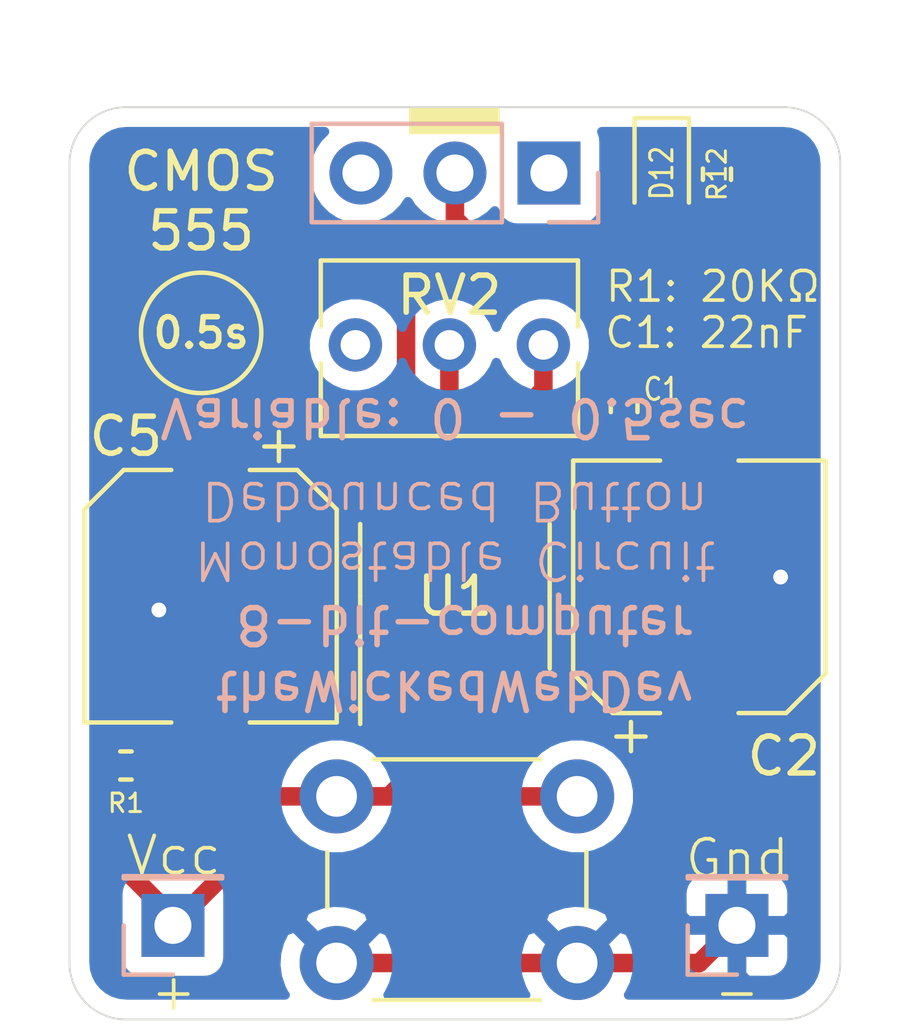
<source format=kicad_pcb>
(kicad_pcb (version 20171130) (host pcbnew "(5.1.10-1-10_14)")

  (general
    (thickness 1.6)
    (drawings 22)
    (tracks 73)
    (zones 0)
    (modules 12)
    (nets 11)
  )

  (page A4)
  (layers
    (0 F.Cu signal)
    (31 B.Cu signal)
    (32 B.Adhes user)
    (33 F.Adhes user)
    (34 B.Paste user)
    (35 F.Paste user)
    (36 B.SilkS user)
    (37 F.SilkS user)
    (38 B.Mask user)
    (39 F.Mask user)
    (40 Dwgs.User user)
    (41 Cmts.User user)
    (42 Eco1.User user)
    (43 Eco2.User user)
    (44 Edge.Cuts user)
    (45 Margin user)
    (46 B.CrtYd user)
    (47 F.CrtYd user)
    (48 B.Fab user)
    (49 F.Fab user hide)
  )

  (setup
    (last_trace_width 0.5)
    (user_trace_width 0.2)
    (user_trace_width 0.5)
    (trace_clearance 0.2)
    (zone_clearance 0.508)
    (zone_45_only no)
    (trace_min 0.2)
    (via_size 0.8)
    (via_drill 0.4)
    (via_min_size 0.4)
    (via_min_drill 0.3)
    (uvia_size 0.3)
    (uvia_drill 0.1)
    (uvias_allowed no)
    (uvia_min_size 0.2)
    (uvia_min_drill 0.1)
    (edge_width 0.05)
    (segment_width 0.2)
    (pcb_text_width 0.3)
    (pcb_text_size 1.5 1.5)
    (mod_edge_width 0.12)
    (mod_text_size 1 1)
    (mod_text_width 0.15)
    (pad_size 1.524 1.524)
    (pad_drill 0.762)
    (pad_to_mask_clearance 0)
    (aux_axis_origin 0 0)
    (visible_elements FFFFFF7F)
    (pcbplotparams
      (layerselection 0x010fc_ffffffff)
      (usegerberextensions false)
      (usegerberattributes true)
      (usegerberadvancedattributes true)
      (creategerberjobfile true)
      (excludeedgelayer true)
      (linewidth 0.100000)
      (plotframeref false)
      (viasonmask false)
      (mode 1)
      (useauxorigin false)
      (hpglpennumber 1)
      (hpglpenspeed 20)
      (hpglpendiameter 15.000000)
      (psnegative false)
      (psa4output false)
      (plotreference true)
      (plotvalue true)
      (plotinvisibletext false)
      (padsonsilk false)
      (subtractmaskfromsilk false)
      (outputformat 1)
      (mirror false)
      (drillshape 0)
      (scaleselection 1)
      (outputdirectory "gerber"))
  )

  (net 0 "")
  (net 1 VCC)
  (net 2 GND)
  (net 3 "Net-(C1-Pad1)")
  (net 4 "Net-(C2-Pad1)")
  (net 5 CLOCK)
  (net 6 "Net-(D12-Pad1)")
  (net 7 "Net-(R1-Pad2)")
  (net 8 "Net-(RV2-Pad3)")
  (net 9 "Net-(J2-Pad3)")
  (net 10 "Net-(J2-Pad1)")

  (net_class Default "This is the default net class."
    (clearance 0.2)
    (trace_width 0.25)
    (via_dia 0.8)
    (via_drill 0.4)
    (uvia_dia 0.3)
    (uvia_drill 0.1)
    (add_net CLOCK)
    (add_net GND)
    (add_net "Net-(C1-Pad1)")
    (add_net "Net-(C2-Pad1)")
    (add_net "Net-(D12-Pad1)")
    (add_net "Net-(J2-Pad1)")
    (add_net "Net-(J2-Pad3)")
    (add_net "Net-(R1-Pad2)")
    (add_net "Net-(RV2-Pad3)")
    (add_net VCC)
  )

  (module Button_Switch_THT:SW_PUSH_6mm (layer F.Cu) (tedit 5A02FE31) (tstamp 613D3F58)
    (at 214.122 98.044 180)
    (descr https://www.omron.com/ecb/products/pdf/en-b3f.pdf)
    (tags "tact sw push 6mm")
    (path /6167171F)
    (fp_text reference SW1 (at 3.25 -2) (layer F.SilkS) hide
      (effects (font (size 1 1) (thickness 0.15)))
    )
    (fp_text value sw-push (at 3.75 6.7) (layer F.Fab)
      (effects (font (size 1 1) (thickness 0.15)))
    )
    (fp_text user %R (at 3.25 2.25) (layer F.Fab)
      (effects (font (size 1 1) (thickness 0.15)))
    )
    (fp_line (start 3.25 -0.75) (end 6.25 -0.75) (layer F.Fab) (width 0.1))
    (fp_line (start 6.25 -0.75) (end 6.25 5.25) (layer F.Fab) (width 0.1))
    (fp_line (start 6.25 5.25) (end 0.25 5.25) (layer F.Fab) (width 0.1))
    (fp_line (start 0.25 5.25) (end 0.25 -0.75) (layer F.Fab) (width 0.1))
    (fp_line (start 0.25 -0.75) (end 3.25 -0.75) (layer F.Fab) (width 0.1))
    (fp_line (start 7.75 6) (end 8 6) (layer F.CrtYd) (width 0.05))
    (fp_line (start 8 6) (end 8 5.75) (layer F.CrtYd) (width 0.05))
    (fp_line (start 7.75 -1.5) (end 8 -1.5) (layer F.CrtYd) (width 0.05))
    (fp_line (start 8 -1.5) (end 8 -1.25) (layer F.CrtYd) (width 0.05))
    (fp_line (start -1.5 -1.25) (end -1.5 -1.5) (layer F.CrtYd) (width 0.05))
    (fp_line (start -1.5 -1.5) (end -1.25 -1.5) (layer F.CrtYd) (width 0.05))
    (fp_line (start -1.5 5.75) (end -1.5 6) (layer F.CrtYd) (width 0.05))
    (fp_line (start -1.5 6) (end -1.25 6) (layer F.CrtYd) (width 0.05))
    (fp_line (start -1.25 -1.5) (end 7.75 -1.5) (layer F.CrtYd) (width 0.05))
    (fp_line (start -1.5 5.75) (end -1.5 -1.25) (layer F.CrtYd) (width 0.05))
    (fp_line (start 7.75 6) (end -1.25 6) (layer F.CrtYd) (width 0.05))
    (fp_line (start 8 -1.25) (end 8 5.75) (layer F.CrtYd) (width 0.05))
    (fp_line (start 1 5.5) (end 5.5 5.5) (layer F.SilkS) (width 0.12))
    (fp_line (start -0.25 1.5) (end -0.25 3) (layer F.SilkS) (width 0.12))
    (fp_line (start 5.5 -1) (end 1 -1) (layer F.SilkS) (width 0.12))
    (fp_line (start 6.75 3) (end 6.75 1.5) (layer F.SilkS) (width 0.12))
    (fp_circle (center 3.25 2.25) (end 1.25 2.5) (layer F.Fab) (width 0.1))
    (pad 1 thru_hole circle (at 6.5 0 270) (size 2 2) (drill 1.1) (layers *.Cu *.Mask)
      (net 2 GND))
    (pad 2 thru_hole circle (at 6.5 4.5 270) (size 2 2) (drill 1.1) (layers *.Cu *.Mask)
      (net 7 "Net-(R1-Pad2)"))
    (pad 1 thru_hole circle (at 0 0 270) (size 2 2) (drill 1.1) (layers *.Cu *.Mask)
      (net 2 GND))
    (pad 2 thru_hole circle (at 0 4.5 270) (size 2 2) (drill 1.1) (layers *.Cu *.Mask)
      (net 7 "Net-(R1-Pad2)"))
    (model ${KISYS3DMOD}/Button_Switch_THT.3dshapes/SW_PUSH_6mm.wrl
      (at (xyz 0 0 0))
      (scale (xyz 1 1 1))
      (rotate (xyz 0 0 0))
    )
  )

  (module Connector_PinHeader_2.54mm:PinHeader_1x01_P2.54mm_Vertical (layer B.Cu) (tedit 59FED5CC) (tstamp 613D2927)
    (at 218.44 97.028)
    (descr "Through hole straight pin header, 1x01, 2.54mm pitch, single row")
    (tags "Through hole pin header THT 1x01 2.54mm single row")
    (path /616AAE9F)
    (fp_text reference J4 (at 0 2.33) (layer B.SilkS) hide
      (effects (font (size 1 1) (thickness 0.15)) (justify mirror))
    )
    (fp_text value Conn_01x01 (at 0 -2.33) (layer B.Fab)
      (effects (font (size 1 1) (thickness 0.15)) (justify mirror))
    )
    (fp_text user %R (at 0 0 -90) (layer B.Fab)
      (effects (font (size 1 1) (thickness 0.15)) (justify mirror))
    )
    (fp_line (start -0.635 1.27) (end 1.27 1.27) (layer B.Fab) (width 0.1))
    (fp_line (start 1.27 1.27) (end 1.27 -1.27) (layer B.Fab) (width 0.1))
    (fp_line (start 1.27 -1.27) (end -1.27 -1.27) (layer B.Fab) (width 0.1))
    (fp_line (start -1.27 -1.27) (end -1.27 0.635) (layer B.Fab) (width 0.1))
    (fp_line (start -1.27 0.635) (end -0.635 1.27) (layer B.Fab) (width 0.1))
    (fp_line (start -1.33 -1.33) (end 1.33 -1.33) (layer B.SilkS) (width 0.12))
    (fp_line (start -1.33 -1.27) (end -1.33 -1.33) (layer B.SilkS) (width 0.12))
    (fp_line (start 1.33 -1.27) (end 1.33 -1.33) (layer B.SilkS) (width 0.12))
    (fp_line (start -1.33 -1.27) (end 1.33 -1.27) (layer B.SilkS) (width 0.12))
    (fp_line (start -1.33 0) (end -1.33 1.33) (layer B.SilkS) (width 0.12))
    (fp_line (start -1.33 1.33) (end 0 1.33) (layer B.SilkS) (width 0.12))
    (fp_line (start -1.8 1.8) (end -1.8 -1.8) (layer B.CrtYd) (width 0.05))
    (fp_line (start -1.8 -1.8) (end 1.8 -1.8) (layer B.CrtYd) (width 0.05))
    (fp_line (start 1.8 -1.8) (end 1.8 1.8) (layer B.CrtYd) (width 0.05))
    (fp_line (start 1.8 1.8) (end -1.8 1.8) (layer B.CrtYd) (width 0.05))
    (pad 1 thru_hole rect (at 0 0) (size 1.7 1.7) (drill 1) (layers *.Cu *.Mask)
      (net 2 GND))
    (model ${KISYS3DMOD}/Connector_PinHeader_2.54mm.3dshapes/PinHeader_1x01_P2.54mm_Vertical.wrl
      (at (xyz 0 0 0))
      (scale (xyz 1 1 1))
      (rotate (xyz 0 0 0))
    )
  )

  (module Connector_PinHeader_2.54mm:PinHeader_1x01_P2.54mm_Vertical (layer B.Cu) (tedit 59FED5CC) (tstamp 613D2912)
    (at 203.2 97.028)
    (descr "Through hole straight pin header, 1x01, 2.54mm pitch, single row")
    (tags "Through hole pin header THT 1x01 2.54mm single row")
    (path /616AB539)
    (fp_text reference J3 (at 0 2.33) (layer B.SilkS) hide
      (effects (font (size 1 1) (thickness 0.15)) (justify mirror))
    )
    (fp_text value Conn_01x01 (at 0 -2.33) (layer B.Fab)
      (effects (font (size 1 1) (thickness 0.15)) (justify mirror))
    )
    (fp_text user %R (at 0 0 -90) (layer B.Fab)
      (effects (font (size 1 1) (thickness 0.15)) (justify mirror))
    )
    (fp_line (start -0.635 1.27) (end 1.27 1.27) (layer B.Fab) (width 0.1))
    (fp_line (start 1.27 1.27) (end 1.27 -1.27) (layer B.Fab) (width 0.1))
    (fp_line (start 1.27 -1.27) (end -1.27 -1.27) (layer B.Fab) (width 0.1))
    (fp_line (start -1.27 -1.27) (end -1.27 0.635) (layer B.Fab) (width 0.1))
    (fp_line (start -1.27 0.635) (end -0.635 1.27) (layer B.Fab) (width 0.1))
    (fp_line (start -1.33 -1.33) (end 1.33 -1.33) (layer B.SilkS) (width 0.12))
    (fp_line (start -1.33 -1.27) (end -1.33 -1.33) (layer B.SilkS) (width 0.12))
    (fp_line (start 1.33 -1.27) (end 1.33 -1.33) (layer B.SilkS) (width 0.12))
    (fp_line (start -1.33 -1.27) (end 1.33 -1.27) (layer B.SilkS) (width 0.12))
    (fp_line (start -1.33 0) (end -1.33 1.33) (layer B.SilkS) (width 0.12))
    (fp_line (start -1.33 1.33) (end 0 1.33) (layer B.SilkS) (width 0.12))
    (fp_line (start -1.8 1.8) (end -1.8 -1.8) (layer B.CrtYd) (width 0.05))
    (fp_line (start -1.8 -1.8) (end 1.8 -1.8) (layer B.CrtYd) (width 0.05))
    (fp_line (start 1.8 -1.8) (end 1.8 1.8) (layer B.CrtYd) (width 0.05))
    (fp_line (start 1.8 1.8) (end -1.8 1.8) (layer B.CrtYd) (width 0.05))
    (pad 1 thru_hole rect (at 0 0) (size 1.7 1.7) (drill 1) (layers *.Cu *.Mask)
      (net 1 VCC))
    (model ${KISYS3DMOD}/Connector_PinHeader_2.54mm.3dshapes/PinHeader_1x01_P2.54mm_Vertical.wrl
      (at (xyz 0 0 0))
      (scale (xyz 1 1 1))
      (rotate (xyz 0 0 0))
    )
  )

  (module Connector_PinHeader_2.54mm:PinHeader_1x03_P2.54mm_Vertical (layer B.Cu) (tedit 59FED5CC) (tstamp 613D2289)
    (at 213.36 76.708 90)
    (descr "Through hole straight pin header, 1x03, 2.54mm pitch, single row")
    (tags "Through hole pin header THT 1x03 2.54mm single row")
    (path /616A76FB)
    (fp_text reference J2 (at 0 2.33 -90) (layer B.SilkS) hide
      (effects (font (size 1 1) (thickness 0.15)) (justify mirror))
    )
    (fp_text value Conn_01x03 (at 0 -7.41 -90) (layer B.Fab)
      (effects (font (size 1 1) (thickness 0.15)) (justify mirror))
    )
    (fp_text user %R (at 0 -2.54) (layer B.Fab)
      (effects (font (size 1 1) (thickness 0.15)) (justify mirror))
    )
    (fp_line (start -0.635 1.27) (end 1.27 1.27) (layer B.Fab) (width 0.1))
    (fp_line (start 1.27 1.27) (end 1.27 -6.35) (layer B.Fab) (width 0.1))
    (fp_line (start 1.27 -6.35) (end -1.27 -6.35) (layer B.Fab) (width 0.1))
    (fp_line (start -1.27 -6.35) (end -1.27 0.635) (layer B.Fab) (width 0.1))
    (fp_line (start -1.27 0.635) (end -0.635 1.27) (layer B.Fab) (width 0.1))
    (fp_line (start -1.33 -6.41) (end 1.33 -6.41) (layer B.SilkS) (width 0.12))
    (fp_line (start -1.33 -1.27) (end -1.33 -6.41) (layer B.SilkS) (width 0.12))
    (fp_line (start 1.33 -1.27) (end 1.33 -6.41) (layer B.SilkS) (width 0.12))
    (fp_line (start -1.33 -1.27) (end 1.33 -1.27) (layer B.SilkS) (width 0.12))
    (fp_line (start -1.33 0) (end -1.33 1.33) (layer B.SilkS) (width 0.12))
    (fp_line (start -1.33 1.33) (end 0 1.33) (layer B.SilkS) (width 0.12))
    (fp_line (start -1.8 1.8) (end -1.8 -6.85) (layer B.CrtYd) (width 0.05))
    (fp_line (start -1.8 -6.85) (end 1.8 -6.85) (layer B.CrtYd) (width 0.05))
    (fp_line (start 1.8 -6.85) (end 1.8 1.8) (layer B.CrtYd) (width 0.05))
    (fp_line (start 1.8 1.8) (end -1.8 1.8) (layer B.CrtYd) (width 0.05))
    (pad 3 thru_hole oval (at 0 -5.08 90) (size 1.7 1.7) (drill 1) (layers *.Cu *.Mask)
      (net 9 "Net-(J2-Pad3)"))
    (pad 2 thru_hole oval (at 0 -2.54 90) (size 1.7 1.7) (drill 1) (layers *.Cu *.Mask)
      (net 5 CLOCK))
    (pad 1 thru_hole rect (at 0 0 90) (size 1.7 1.7) (drill 1) (layers *.Cu *.Mask)
      (net 10 "Net-(J2-Pad1)"))
    (model ${KISYS3DMOD}/Connector_PinHeader_2.54mm.3dshapes/PinHeader_1x03_P2.54mm_Vertical.wrl
      (at (xyz 0 0 0))
      (scale (xyz 1 1 1))
      (rotate (xyz 0 0 0))
    )
  )

  (module Potentiometer_THT:Potentiometer_Bourns_3266Y_Vertical (layer F.Cu) (tedit 5A3D4994) (tstamp 613D1973)
    (at 213.21 81.35)
    (descr "Potentiometer, vertical, Bourns 3266Y, https://www.bourns.com/docs/Product-Datasheets/3266.pdf")
    (tags "Potentiometer vertical Bourns 3266Y")
    (path /616A4EF4)
    (fp_text reference RV2 (at -2.54 -1.34) (layer F.SilkS)
      (effects (font (size 1 1) (thickness 0.15)))
    )
    (fp_text value 3296W-1-203 (at -2.54 3.59) (layer F.Fab)
      (effects (font (size 1 1) (thickness 0.15)))
    )
    (fp_text user %R (at -3.15 0.09) (layer F.Fab)
      (effects (font (size 0.92 0.92) (thickness 0.15)))
    )
    (fp_circle (center -0.405 1.07) (end 0.485 1.07) (layer F.Fab) (width 0.1))
    (fp_line (start -5.895 -2.16) (end -5.895 2.34) (layer F.Fab) (width 0.1))
    (fp_line (start -5.895 2.34) (end 0.815 2.34) (layer F.Fab) (width 0.1))
    (fp_line (start 0.815 2.34) (end 0.815 -2.16) (layer F.Fab) (width 0.1))
    (fp_line (start 0.815 -2.16) (end -5.895 -2.16) (layer F.Fab) (width 0.1))
    (fp_line (start -0.405 1.952) (end -0.404 0.189) (layer F.Fab) (width 0.1))
    (fp_line (start -0.405 1.952) (end -0.404 0.189) (layer F.Fab) (width 0.1))
    (fp_line (start -6.015 -2.28) (end 0.935 -2.28) (layer F.SilkS) (width 0.12))
    (fp_line (start -6.015 2.46) (end 0.935 2.46) (layer F.SilkS) (width 0.12))
    (fp_line (start -6.015 -2.28) (end -6.015 -0.494) (layer F.SilkS) (width 0.12))
    (fp_line (start -6.015 0.496) (end -6.015 2.46) (layer F.SilkS) (width 0.12))
    (fp_line (start 0.935 -2.28) (end 0.935 -0.494) (layer F.SilkS) (width 0.12))
    (fp_line (start 0.935 0.496) (end 0.935 2.46) (layer F.SilkS) (width 0.12))
    (fp_line (start -6.15 -2.45) (end -6.15 2.6) (layer F.CrtYd) (width 0.05))
    (fp_line (start -6.15 2.6) (end 1.1 2.6) (layer F.CrtYd) (width 0.05))
    (fp_line (start 1.1 2.6) (end 1.1 -2.45) (layer F.CrtYd) (width 0.05))
    (fp_line (start 1.1 -2.45) (end -6.15 -2.45) (layer F.CrtYd) (width 0.05))
    (pad 3 thru_hole circle (at -5.08 0) (size 1.44 1.44) (drill 0.8) (layers *.Cu *.Mask)
      (net 8 "Net-(RV2-Pad3)"))
    (pad 2 thru_hole circle (at -2.54 0) (size 1.44 1.44) (drill 0.8) (layers *.Cu *.Mask)
      (net 1 VCC))
    (pad 1 thru_hole circle (at 0 0) (size 1.44 1.44) (drill 0.8) (layers *.Cu *.Mask)
      (net 4 "Net-(C2-Pad1)"))
    (model ${KISYS3DMOD}/Potentiometer_THT.3dshapes/Potentiometer_Bourns_3266Y_Vertical.wrl
      (at (xyz 0 0 0))
      (scale (xyz 1 1 1))
      (rotate (xyz 0 0 0))
    )
  )

  (module Package_SO:SOIC-8_3.9x4.9mm_P1.27mm (layer F.Cu) (tedit 5D9F72B1) (tstamp 613CDBED)
    (at 210.82 88.138 90)
    (descr "SOIC, 8 Pin (JEDEC MS-012AA, https://www.analog.com/media/en/package-pcb-resources/package/pkg_pdf/soic_narrow-r/r_8.pdf), generated with kicad-footprint-generator ipc_gullwing_generator.py")
    (tags "SOIC SO")
    (path /6166D10A)
    (attr smd)
    (fp_text reference U1 (at 0 0 180) (layer F.SilkS)
      (effects (font (size 1 1) (thickness 0.15)))
    )
    (fp_text value LMC555CMX/NOPB (at 0 3.4 90) (layer F.Fab)
      (effects (font (size 1 1) (thickness 0.15)))
    )
    (fp_text user %R (at 0 0 90) (layer F.Fab)
      (effects (font (size 0.98 0.98) (thickness 0.15)))
    )
    (fp_line (start 0 2.56) (end 1.95 2.56) (layer F.SilkS) (width 0.12))
    (fp_line (start 0 2.56) (end -1.95 2.56) (layer F.SilkS) (width 0.12))
    (fp_line (start 0 -2.56) (end 1.95 -2.56) (layer F.SilkS) (width 0.12))
    (fp_line (start 0 -2.56) (end -3.45 -2.56) (layer F.SilkS) (width 0.12))
    (fp_line (start -0.975 -2.45) (end 1.95 -2.45) (layer F.Fab) (width 0.1))
    (fp_line (start 1.95 -2.45) (end 1.95 2.45) (layer F.Fab) (width 0.1))
    (fp_line (start 1.95 2.45) (end -1.95 2.45) (layer F.Fab) (width 0.1))
    (fp_line (start -1.95 2.45) (end -1.95 -1.475) (layer F.Fab) (width 0.1))
    (fp_line (start -1.95 -1.475) (end -0.975 -2.45) (layer F.Fab) (width 0.1))
    (fp_line (start -3.7 -2.7) (end -3.7 2.7) (layer F.CrtYd) (width 0.05))
    (fp_line (start -3.7 2.7) (end 3.7 2.7) (layer F.CrtYd) (width 0.05))
    (fp_line (start 3.7 2.7) (end 3.7 -2.7) (layer F.CrtYd) (width 0.05))
    (fp_line (start 3.7 -2.7) (end -3.7 -2.7) (layer F.CrtYd) (width 0.05))
    (pad 8 smd roundrect (at 2.475 -1.905 90) (size 1.95 0.6) (layers F.Cu F.Paste F.Mask) (roundrect_rratio 0.25)
      (net 1 VCC))
    (pad 7 smd roundrect (at 2.475 -0.635 90) (size 1.95 0.6) (layers F.Cu F.Paste F.Mask) (roundrect_rratio 0.25)
      (net 4 "Net-(C2-Pad1)"))
    (pad 6 smd roundrect (at 2.475 0.635 90) (size 1.95 0.6) (layers F.Cu F.Paste F.Mask) (roundrect_rratio 0.25)
      (net 4 "Net-(C2-Pad1)"))
    (pad 5 smd roundrect (at 2.475 1.905 90) (size 1.95 0.6) (layers F.Cu F.Paste F.Mask) (roundrect_rratio 0.25)
      (net 3 "Net-(C1-Pad1)"))
    (pad 4 smd roundrect (at -2.475 1.905 90) (size 1.95 0.6) (layers F.Cu F.Paste F.Mask) (roundrect_rratio 0.25)
      (net 1 VCC))
    (pad 3 smd roundrect (at -2.475 0.635 90) (size 1.95 0.6) (layers F.Cu F.Paste F.Mask) (roundrect_rratio 0.25)
      (net 5 CLOCK))
    (pad 2 smd roundrect (at -2.475 -0.635 90) (size 1.95 0.6) (layers F.Cu F.Paste F.Mask) (roundrect_rratio 0.25)
      (net 7 "Net-(R1-Pad2)"))
    (pad 1 smd roundrect (at -2.475 -1.905 90) (size 1.95 0.6) (layers F.Cu F.Paste F.Mask) (roundrect_rratio 0.25)
      (net 2 GND))
    (model ${KISYS3DMOD}/Package_SO.3dshapes/SOIC-8_3.9x4.9mm_P1.27mm.wrl
      (at (xyz 0 0 0))
      (scale (xyz 1 1 1))
      (rotate (xyz 0 0 0))
    )
  )

  (module Resistor_SMD:R_0402_1005Metric (layer F.Cu) (tedit 5F68FEEE) (tstamp 613CDBB9)
    (at 217.9 76.74 270)
    (descr "Resistor SMD 0402 (1005 Metric), square (rectangular) end terminal, IPC_7351 nominal, (Body size source: IPC-SM-782 page 72, https://www.pcb-3d.com/wordpress/wp-content/uploads/ipc-sm-782a_amendment_1_and_2.pdf), generated with kicad-footprint-generator")
    (tags resistor)
    (path /61C8D566)
    (attr smd)
    (fp_text reference R12 (at 0 0 270) (layer F.SilkS)
      (effects (font (size 0.5 0.5) (thickness 0.08)))
    )
    (fp_text value 0402WGF1001TCE (at 0 1.17 90) (layer F.Fab)
      (effects (font (size 1 1) (thickness 0.15)))
    )
    (fp_text user %R (at 0 0 90) (layer F.Fab)
      (effects (font (size 0.26 0.26) (thickness 0.04)))
    )
    (fp_line (start -0.525 0.27) (end -0.525 -0.27) (layer F.Fab) (width 0.1))
    (fp_line (start -0.525 -0.27) (end 0.525 -0.27) (layer F.Fab) (width 0.1))
    (fp_line (start 0.525 -0.27) (end 0.525 0.27) (layer F.Fab) (width 0.1))
    (fp_line (start 0.525 0.27) (end -0.525 0.27) (layer F.Fab) (width 0.1))
    (fp_line (start -0.153641 -0.38) (end 0.153641 -0.38) (layer F.SilkS) (width 0.12))
    (fp_line (start -0.153641 0.38) (end 0.153641 0.38) (layer F.SilkS) (width 0.12))
    (fp_line (start -0.93 0.47) (end -0.93 -0.47) (layer F.CrtYd) (width 0.05))
    (fp_line (start -0.93 -0.47) (end 0.93 -0.47) (layer F.CrtYd) (width 0.05))
    (fp_line (start 0.93 -0.47) (end 0.93 0.47) (layer F.CrtYd) (width 0.05))
    (fp_line (start 0.93 0.47) (end -0.93 0.47) (layer F.CrtYd) (width 0.05))
    (pad 2 smd roundrect (at 0.51 0 270) (size 0.54 0.64) (layers F.Cu F.Paste F.Mask) (roundrect_rratio 0.25)
      (net 2 GND))
    (pad 1 smd roundrect (at -0.51 0 270) (size 0.54 0.64) (layers F.Cu F.Paste F.Mask) (roundrect_rratio 0.25)
      (net 6 "Net-(D12-Pad1)"))
    (model ${KISYS3DMOD}/Resistor_SMD.3dshapes/R_0402_1005Metric.wrl
      (at (xyz 0 0 0))
      (scale (xyz 1 1 1))
      (rotate (xyz 0 0 0))
    )
  )

  (module Resistor_SMD:R_0402_1005Metric (layer F.Cu) (tedit 5F68FEEE) (tstamp 613CE306)
    (at 201.93 92.71)
    (descr "Resistor SMD 0402 (1005 Metric), square (rectangular) end terminal, IPC_7351 nominal, (Body size source: IPC-SM-782 page 72, https://www.pcb-3d.com/wordpress/wp-content/uploads/ipc-sm-782a_amendment_1_and_2.pdf), generated with kicad-footprint-generator")
    (tags resistor)
    (path /613A7842)
    (attr smd)
    (fp_text reference R1 (at 0 1.016) (layer F.SilkS)
      (effects (font (size 0.5 0.5) (thickness 0.08)))
    )
    (fp_text value 0402WGF1002TCE (at 0 1.17) (layer F.Fab)
      (effects (font (size 1 1) (thickness 0.15)))
    )
    (fp_text user %R (at 0 0) (layer F.Fab)
      (effects (font (size 0.26 0.26) (thickness 0.04)))
    )
    (fp_line (start -0.525 0.27) (end -0.525 -0.27) (layer F.Fab) (width 0.1))
    (fp_line (start -0.525 -0.27) (end 0.525 -0.27) (layer F.Fab) (width 0.1))
    (fp_line (start 0.525 -0.27) (end 0.525 0.27) (layer F.Fab) (width 0.1))
    (fp_line (start 0.525 0.27) (end -0.525 0.27) (layer F.Fab) (width 0.1))
    (fp_line (start -0.153641 -0.38) (end 0.153641 -0.38) (layer F.SilkS) (width 0.12))
    (fp_line (start -0.153641 0.38) (end 0.153641 0.38) (layer F.SilkS) (width 0.12))
    (fp_line (start -0.93 0.47) (end -0.93 -0.47) (layer F.CrtYd) (width 0.05))
    (fp_line (start -0.93 -0.47) (end 0.93 -0.47) (layer F.CrtYd) (width 0.05))
    (fp_line (start 0.93 -0.47) (end 0.93 0.47) (layer F.CrtYd) (width 0.05))
    (fp_line (start 0.93 0.47) (end -0.93 0.47) (layer F.CrtYd) (width 0.05))
    (pad 2 smd roundrect (at 0.51 0) (size 0.54 0.64) (layers F.Cu F.Paste F.Mask) (roundrect_rratio 0.25)
      (net 7 "Net-(R1-Pad2)"))
    (pad 1 smd roundrect (at -0.51 0) (size 0.54 0.64) (layers F.Cu F.Paste F.Mask) (roundrect_rratio 0.25)
      (net 1 VCC))
    (model ${KISYS3DMOD}/Resistor_SMD.3dshapes/R_0402_1005Metric.wrl
      (at (xyz 0 0 0))
      (scale (xyz 1 1 1))
      (rotate (xyz 0 0 0))
    )
  )

  (module LED_SMD:LED_0603_1608Metric (layer F.Cu) (tedit 5F68FEF1) (tstamp 613CDB66)
    (at 216.408 76.708 270)
    (descr "LED SMD 0603 (1608 Metric), square (rectangular) end terminal, IPC_7351 nominal, (Body size source: http://www.tortai-tech.com/upload/download/2011102023233369053.pdf), generated with kicad-footprint-generator")
    (tags LED)
    (path /61CA6000)
    (attr smd)
    (fp_text reference D12 (at 0 0 90) (layer F.SilkS)
      (effects (font (size 0.6 0.5) (thickness 0.08)))
    )
    (fp_text value 19-217/BHC-ZL1M2RY/3T (at 0 1.43 90) (layer F.Fab)
      (effects (font (size 1 1) (thickness 0.15)))
    )
    (fp_text user %R (at 0 0 90) (layer F.Fab)
      (effects (font (size 0.4 0.4) (thickness 0.06)))
    )
    (fp_line (start 0.8 -0.4) (end -0.5 -0.4) (layer F.Fab) (width 0.1))
    (fp_line (start -0.5 -0.4) (end -0.8 -0.1) (layer F.Fab) (width 0.1))
    (fp_line (start -0.8 -0.1) (end -0.8 0.4) (layer F.Fab) (width 0.1))
    (fp_line (start -0.8 0.4) (end 0.8 0.4) (layer F.Fab) (width 0.1))
    (fp_line (start 0.8 0.4) (end 0.8 -0.4) (layer F.Fab) (width 0.1))
    (fp_line (start 0.8 -0.735) (end -1.485 -0.735) (layer F.SilkS) (width 0.12))
    (fp_line (start -1.485 -0.735) (end -1.485 0.735) (layer F.SilkS) (width 0.12))
    (fp_line (start -1.485 0.735) (end 0.8 0.735) (layer F.SilkS) (width 0.12))
    (fp_line (start -1.48 0.73) (end -1.48 -0.73) (layer F.CrtYd) (width 0.05))
    (fp_line (start -1.48 -0.73) (end 1.48 -0.73) (layer F.CrtYd) (width 0.05))
    (fp_line (start 1.48 -0.73) (end 1.48 0.73) (layer F.CrtYd) (width 0.05))
    (fp_line (start 1.48 0.73) (end -1.48 0.73) (layer F.CrtYd) (width 0.05))
    (pad 2 smd roundrect (at 0.7875 0 270) (size 0.875 0.95) (layers F.Cu F.Paste F.Mask) (roundrect_rratio 0.25)
      (net 5 CLOCK))
    (pad 1 smd roundrect (at -0.7875 0 270) (size 0.875 0.95) (layers F.Cu F.Paste F.Mask) (roundrect_rratio 0.25)
      (net 6 "Net-(D12-Pad1)"))
    (model ${KISYS3DMOD}/LED_SMD.3dshapes/LED_0603_1608Metric.wrl
      (at (xyz 0 0 0))
      (scale (xyz 1 1 1))
      (rotate (xyz 0 0 0))
    )
  )

  (module Capacitor_SMD:CP_Elec_6.3x7.7 (layer F.Cu) (tedit 5BCA39D0) (tstamp 613CDB40)
    (at 204.216 88.138 270)
    (descr "SMD capacitor, aluminum electrolytic, Nichicon, 6.3x7.7mm")
    (tags "capacitor electrolytic")
    (path /61812E70)
    (attr smd)
    (fp_text reference C5 (at -4.318 2.286 180) (layer F.SilkS)
      (effects (font (size 1 1) (thickness 0.15)))
    )
    (fp_text value CS1A471M-CRE77 (at 0 4.35 90) (layer F.Fab)
      (effects (font (size 1 1) (thickness 0.15)))
    )
    (fp_text user %R (at 0 0 90) (layer F.Fab)
      (effects (font (size 1 1) (thickness 0.15)))
    )
    (fp_circle (center 0 0) (end 3.15 0) (layer F.Fab) (width 0.1))
    (fp_line (start 3.3 -3.3) (end 3.3 3.3) (layer F.Fab) (width 0.1))
    (fp_line (start -2.3 -3.3) (end 3.3 -3.3) (layer F.Fab) (width 0.1))
    (fp_line (start -2.3 3.3) (end 3.3 3.3) (layer F.Fab) (width 0.1))
    (fp_line (start -3.3 -2.3) (end -3.3 2.3) (layer F.Fab) (width 0.1))
    (fp_line (start -3.3 -2.3) (end -2.3 -3.3) (layer F.Fab) (width 0.1))
    (fp_line (start -3.3 2.3) (end -2.3 3.3) (layer F.Fab) (width 0.1))
    (fp_line (start -2.704838 -1.33) (end -2.074838 -1.33) (layer F.Fab) (width 0.1))
    (fp_line (start -2.389838 -1.645) (end -2.389838 -1.015) (layer F.Fab) (width 0.1))
    (fp_line (start 3.41 3.41) (end 3.41 1.06) (layer F.SilkS) (width 0.12))
    (fp_line (start 3.41 -3.41) (end 3.41 -1.06) (layer F.SilkS) (width 0.12))
    (fp_line (start -2.345563 -3.41) (end 3.41 -3.41) (layer F.SilkS) (width 0.12))
    (fp_line (start -2.345563 3.41) (end 3.41 3.41) (layer F.SilkS) (width 0.12))
    (fp_line (start -3.41 2.345563) (end -3.41 1.06) (layer F.SilkS) (width 0.12))
    (fp_line (start -3.41 -2.345563) (end -3.41 -1.06) (layer F.SilkS) (width 0.12))
    (fp_line (start -3.41 -2.345563) (end -2.345563 -3.41) (layer F.SilkS) (width 0.12))
    (fp_line (start -3.41 2.345563) (end -2.345563 3.41) (layer F.SilkS) (width 0.12))
    (fp_line (start -4.4375 -1.8475) (end -3.65 -1.8475) (layer F.SilkS) (width 0.12))
    (fp_line (start -4.04375 -2.24125) (end -4.04375 -1.45375) (layer F.SilkS) (width 0.12))
    (fp_line (start 3.55 -3.55) (end 3.55 -1.05) (layer F.CrtYd) (width 0.05))
    (fp_line (start 3.55 -1.05) (end 4.7 -1.05) (layer F.CrtYd) (width 0.05))
    (fp_line (start 4.7 -1.05) (end 4.7 1.05) (layer F.CrtYd) (width 0.05))
    (fp_line (start 4.7 1.05) (end 3.55 1.05) (layer F.CrtYd) (width 0.05))
    (fp_line (start 3.55 1.05) (end 3.55 3.55) (layer F.CrtYd) (width 0.05))
    (fp_line (start -2.4 3.55) (end 3.55 3.55) (layer F.CrtYd) (width 0.05))
    (fp_line (start -2.4 -3.55) (end 3.55 -3.55) (layer F.CrtYd) (width 0.05))
    (fp_line (start -3.55 2.4) (end -2.4 3.55) (layer F.CrtYd) (width 0.05))
    (fp_line (start -3.55 -2.4) (end -2.4 -3.55) (layer F.CrtYd) (width 0.05))
    (fp_line (start -3.55 -2.4) (end -3.55 -1.05) (layer F.CrtYd) (width 0.05))
    (fp_line (start -3.55 1.05) (end -3.55 2.4) (layer F.CrtYd) (width 0.05))
    (fp_line (start -3.55 -1.05) (end -4.7 -1.05) (layer F.CrtYd) (width 0.05))
    (fp_line (start -4.7 -1.05) (end -4.7 1.05) (layer F.CrtYd) (width 0.05))
    (fp_line (start -4.7 1.05) (end -3.55 1.05) (layer F.CrtYd) (width 0.05))
    (pad 2 smd roundrect (at 2.7 0 270) (size 3.5 1.6) (layers F.Cu F.Paste F.Mask) (roundrect_rratio 0.15625)
      (net 2 GND))
    (pad 1 smd roundrect (at -2.7 0 270) (size 3.5 1.6) (layers F.Cu F.Paste F.Mask) (roundrect_rratio 0.15625)
      (net 1 VCC))
    (model ${KISYS3DMOD}/Capacitor_SMD.3dshapes/CP_Elec_6.3x7.7.wrl
      (at (xyz 0 0 0))
      (scale (xyz 1 1 1))
      (rotate (xyz 0 0 0))
    )
  )

  (module Capacitor_SMD:CP_Elec_6.3x5.4 (layer F.Cu) (tedit 5BCA39D0) (tstamp 613CDB18)
    (at 217.424 87.884 90)
    (descr "SMD capacitor, aluminum electrolytic, Panasonic C55, 6.3x5.4mm")
    (tags "capacitor electrolytic")
    (path /61686D26)
    (attr smd)
    (fp_text reference C2 (at -4.572 2.286) (layer F.SilkS)
      (effects (font (size 1 1) (thickness 0.15)))
    )
    (fp_text value CS1V220M-CRE54 (at 0 4.35 90) (layer F.Fab)
      (effects (font (size 1 1) (thickness 0.15)))
    )
    (fp_text user %R (at 0 0 90) (layer F.Fab)
      (effects (font (size 1 1) (thickness 0.15)))
    )
    (fp_circle (center 0 0) (end 3.15 0) (layer F.Fab) (width 0.1))
    (fp_line (start 3.3 -3.3) (end 3.3 3.3) (layer F.Fab) (width 0.1))
    (fp_line (start -2.3 -3.3) (end 3.3 -3.3) (layer F.Fab) (width 0.1))
    (fp_line (start -2.3 3.3) (end 3.3 3.3) (layer F.Fab) (width 0.1))
    (fp_line (start -3.3 -2.3) (end -3.3 2.3) (layer F.Fab) (width 0.1))
    (fp_line (start -3.3 -2.3) (end -2.3 -3.3) (layer F.Fab) (width 0.1))
    (fp_line (start -3.3 2.3) (end -2.3 3.3) (layer F.Fab) (width 0.1))
    (fp_line (start -2.704838 -1.33) (end -2.074838 -1.33) (layer F.Fab) (width 0.1))
    (fp_line (start -2.389838 -1.645) (end -2.389838 -1.015) (layer F.Fab) (width 0.1))
    (fp_line (start 3.41 3.41) (end 3.41 1.06) (layer F.SilkS) (width 0.12))
    (fp_line (start 3.41 -3.41) (end 3.41 -1.06) (layer F.SilkS) (width 0.12))
    (fp_line (start -2.345563 -3.41) (end 3.41 -3.41) (layer F.SilkS) (width 0.12))
    (fp_line (start -2.345563 3.41) (end 3.41 3.41) (layer F.SilkS) (width 0.12))
    (fp_line (start -3.41 2.345563) (end -3.41 1.06) (layer F.SilkS) (width 0.12))
    (fp_line (start -3.41 -2.345563) (end -3.41 -1.06) (layer F.SilkS) (width 0.12))
    (fp_line (start -3.41 -2.345563) (end -2.345563 -3.41) (layer F.SilkS) (width 0.12))
    (fp_line (start -3.41 2.345563) (end -2.345563 3.41) (layer F.SilkS) (width 0.12))
    (fp_line (start -4.4375 -1.8475) (end -3.65 -1.8475) (layer F.SilkS) (width 0.12))
    (fp_line (start -4.04375 -2.24125) (end -4.04375 -1.45375) (layer F.SilkS) (width 0.12))
    (fp_line (start 3.55 -3.55) (end 3.55 -1.05) (layer F.CrtYd) (width 0.05))
    (fp_line (start 3.55 -1.05) (end 4.8 -1.05) (layer F.CrtYd) (width 0.05))
    (fp_line (start 4.8 -1.05) (end 4.8 1.05) (layer F.CrtYd) (width 0.05))
    (fp_line (start 4.8 1.05) (end 3.55 1.05) (layer F.CrtYd) (width 0.05))
    (fp_line (start 3.55 1.05) (end 3.55 3.55) (layer F.CrtYd) (width 0.05))
    (fp_line (start -2.4 3.55) (end 3.55 3.55) (layer F.CrtYd) (width 0.05))
    (fp_line (start -2.4 -3.55) (end 3.55 -3.55) (layer F.CrtYd) (width 0.05))
    (fp_line (start -3.55 2.4) (end -2.4 3.55) (layer F.CrtYd) (width 0.05))
    (fp_line (start -3.55 -2.4) (end -2.4 -3.55) (layer F.CrtYd) (width 0.05))
    (fp_line (start -3.55 -2.4) (end -3.55 -1.05) (layer F.CrtYd) (width 0.05))
    (fp_line (start -3.55 1.05) (end -3.55 2.4) (layer F.CrtYd) (width 0.05))
    (fp_line (start -3.55 -1.05) (end -4.8 -1.05) (layer F.CrtYd) (width 0.05))
    (fp_line (start -4.8 -1.05) (end -4.8 1.05) (layer F.CrtYd) (width 0.05))
    (fp_line (start -4.8 1.05) (end -3.55 1.05) (layer F.CrtYd) (width 0.05))
    (pad 2 smd roundrect (at 2.8 0 90) (size 3.5 1.6) (layers F.Cu F.Paste F.Mask) (roundrect_rratio 0.15625)
      (net 2 GND))
    (pad 1 smd roundrect (at -2.8 0 90) (size 3.5 1.6) (layers F.Cu F.Paste F.Mask) (roundrect_rratio 0.15625)
      (net 4 "Net-(C2-Pad1)"))
    (model ${KISYS3DMOD}/Capacitor_SMD.3dshapes/CP_Elec_6.3x5.4.wrl
      (at (xyz 0 0 0))
      (scale (xyz 1 1 1))
      (rotate (xyz 0 0 0))
    )
  )

  (module Capacitor_SMD:C_0402_1005Metric (layer F.Cu) (tedit 5F68FEEE) (tstamp 613CDAF0)
    (at 215.392 83.058 90)
    (descr "Capacitor SMD 0402 (1005 Metric), square (rectangular) end terminal, IPC_7351 nominal, (Body size source: IPC-SM-782 page 76, https://www.pcb-3d.com/wordpress/wp-content/uploads/ipc-sm-782a_amendment_1_and_2.pdf), generated with kicad-footprint-generator")
    (tags capacitor)
    (path /616846B3)
    (attr smd)
    (fp_text reference C1 (at 0.508 1.016 180) (layer F.SilkS)
      (effects (font (size 0.6 0.5) (thickness 0.08)))
    )
    (fp_text value 0402B102K500NT (at 0 1.16 90) (layer F.Fab)
      (effects (font (size 1 1) (thickness 0.15)))
    )
    (fp_text user %R (at 0 0 90) (layer F.Fab)
      (effects (font (size 0.25 0.25) (thickness 0.04)))
    )
    (fp_line (start -0.5 0.25) (end -0.5 -0.25) (layer F.Fab) (width 0.1))
    (fp_line (start -0.5 -0.25) (end 0.5 -0.25) (layer F.Fab) (width 0.1))
    (fp_line (start 0.5 -0.25) (end 0.5 0.25) (layer F.Fab) (width 0.1))
    (fp_line (start 0.5 0.25) (end -0.5 0.25) (layer F.Fab) (width 0.1))
    (fp_line (start -0.107836 -0.36) (end 0.107836 -0.36) (layer F.SilkS) (width 0.12))
    (fp_line (start -0.107836 0.36) (end 0.107836 0.36) (layer F.SilkS) (width 0.12))
    (fp_line (start -0.91 0.46) (end -0.91 -0.46) (layer F.CrtYd) (width 0.05))
    (fp_line (start -0.91 -0.46) (end 0.91 -0.46) (layer F.CrtYd) (width 0.05))
    (fp_line (start 0.91 -0.46) (end 0.91 0.46) (layer F.CrtYd) (width 0.05))
    (fp_line (start 0.91 0.46) (end -0.91 0.46) (layer F.CrtYd) (width 0.05))
    (pad 2 smd roundrect (at 0.48 0 90) (size 0.56 0.62) (layers F.Cu F.Paste F.Mask) (roundrect_rratio 0.25)
      (net 2 GND))
    (pad 1 smd roundrect (at -0.48 0 90) (size 0.56 0.62) (layers F.Cu F.Paste F.Mask) (roundrect_rratio 0.25)
      (net 3 "Net-(C1-Pad1)"))
    (model ${KISYS3DMOD}/Capacitor_SMD.3dshapes/C_0402_1005Metric.wrl
      (at (xyz 0 0 0))
      (scale (xyz 1 1 1))
      (rotate (xyz 0 0 0))
    )
  )

  (gr_text - (at 218.44 98.806) (layer F.SilkS) (tstamp 613D4CA4)
    (effects (font (size 1 1) (thickness 0.1)))
  )
  (gr_text + (at 203.22 98.806) (layer F.SilkS) (tstamp 613D4C9E)
    (effects (font (size 1 1) (thickness 0.1)))
  )
  (gr_poly (pts (xy 211.98 75.61) (xy 209.63 75.61) (xy 209.63 74.98) (xy 211.98 74.98)) (layer F.SilkS) (width 0.1))
  (gr_text "C1: 22nF" (at 217.62 81.02) (layer F.SilkS) (tstamp 613D413F)
    (effects (font (size 0.8 0.8) (thickness 0.1)))
  )
  (gr_text "R1: 20KΩ" (at 217.792 79.774) (layer F.SilkS) (tstamp 613D405C)
    (effects (font (size 0.8 0.8) (thickness 0.1)))
  )
  (gr_text "Variable: 0 - 0.5sec" (at 210.82 83.312 180) (layer B.SilkS) (tstamp 613D37DE)
    (effects (font (size 1 1) (thickness 0.15)) (justify mirror))
  )
  (gr_text "Monostable Circuit\nDebounced Button" (at 210.82 86.36 180) (layer B.SilkS) (tstamp 613D37D9)
    (effects (font (size 1 1) (thickness 0.1)) (justify mirror))
  )
  (gr_text 8-bit-computer (at 211.074 88.9 180) (layer B.SilkS) (tstamp 613D3784)
    (effects (font (size 1 1) (thickness 0.15)) (justify mirror))
  )
  (gr_text theWickedWebDev (at 210.82 90.678 180) (layer B.SilkS) (tstamp 613D377F)
    (effects (font (size 1 1) (thickness 0.15)) (justify mirror))
  )
  (gr_text Vcc (at 203.22 95.14) (layer F.SilkS) (tstamp 613D34F1)
    (effects (font (size 1 1) (thickness 0.1)))
  )
  (gr_text Gnd (at 218.45 95.23) (layer F.SilkS) (tstamp 613D34E8)
    (effects (font (size 1 1) (thickness 0.1)))
  )
  (gr_line (start 201.93 99.568) (end 219.71 99.568) (layer Edge.Cuts) (width 0.05) (tstamp 613D3463))
  (gr_line (start 200.406 76.454) (end 200.406 98.044) (layer Edge.Cuts) (width 0.05) (tstamp 613D3460))
  (gr_line (start 219.71 74.93) (end 201.93 74.93) (layer Edge.Cuts) (width 0.05) (tstamp 613D344B))
  (gr_line (start 221.234 98.044) (end 221.234 76.454) (layer Edge.Cuts) (width 0.05) (tstamp 613D3449))
  (gr_arc (start 201.93 98.044) (end 200.406 98.044) (angle -90) (layer Edge.Cuts) (width 0.05) (tstamp 613D342E))
  (gr_arc (start 219.71 98.044) (end 219.71 99.568) (angle -90) (layer Edge.Cuts) (width 0.05) (tstamp 613D3429))
  (gr_arc (start 219.71 76.454) (end 221.234 76.454) (angle -90) (layer Edge.Cuts) (width 0.05) (tstamp 613D3424))
  (gr_arc (start 201.93 76.454) (end 201.93 74.93) (angle -90) (layer Edge.Cuts) (width 0.05))
  (gr_circle (center 203.962 81.026) (end 205.232 82.042) (layer F.SilkS) (width 0.12))
  (gr_text 0.5s (at 203.962 81.026) (layer F.SilkS)
    (effects (font (size 0.8 0.8) (thickness 0.15)))
  )
  (gr_text "CMOS\n555" (at 203.962 77.47) (layer F.SilkS) (tstamp 613D32C4)
    (effects (font (size 1 1) (thickness 0.15)))
  )

  (segment (start 203.2 97.028) (end 203.2 96.81) (width 0.5) (layer F.Cu) (net 1))
  (segment (start 201.42 95.03) (end 201.42 92.71) (width 0.5) (layer F.Cu) (net 1))
  (segment (start 203.2 96.81) (end 201.42 95.03) (width 0.5) (layer F.Cu) (net 1))
  (segment (start 212.725 90.613) (end 212.725 89.645) (width 0.5) (layer F.Cu) (net 1))
  (segment (start 204.441 85.663) (end 204.216 85.438) (width 0.5) (layer F.Cu) (net 1))
  (segment (start 201.42 88.234) (end 201.42 92.71) (width 0.5) (layer F.Cu) (net 1))
  (segment (start 204.216 85.438) (end 201.42 88.234) (width 0.5) (layer F.Cu) (net 1))
  (segment (start 208.915 85.663) (end 208.915 84.585) (width 0.5) (layer F.Cu) (net 1))
  (segment (start 210.67 82.83) (end 210.67 81.35) (width 0.5) (layer F.Cu) (net 1))
  (segment (start 208.915 84.585) (end 210.67 82.83) (width 0.5) (layer F.Cu) (net 1))
  (segment (start 208.915 85.663) (end 208.915 86.855) (width 0.5) (layer F.Cu) (net 1))
  (segment (start 208.915 86.855) (end 209.76 87.7) (width 0.5) (layer F.Cu) (net 1))
  (segment (start 209.76 87.7) (end 210.93 87.7) (width 0.5) (layer F.Cu) (net 1))
  (segment (start 212.725 89.495) (end 212.725 89.645) (width 0.5) (layer F.Cu) (net 1))
  (segment (start 210.93 87.7) (end 212.725 89.495) (width 0.5) (layer F.Cu) (net 1))
  (segment (start 212.725 90.613) (end 214.003 90.613) (width 0.5) (layer F.Cu) (net 1))
  (segment (start 214.003 90.613) (end 216.08 92.69) (width 0.5) (layer F.Cu) (net 1))
  (segment (start 216.08 92.69) (end 216.08 94.96) (width 0.5) (layer F.Cu) (net 1))
  (segment (start 216.08 94.96) (end 215.24 95.8) (width 0.5) (layer F.Cu) (net 1))
  (segment (start 204.428 95.8) (end 203.2 97.028) (width 0.5) (layer F.Cu) (net 1))
  (segment (start 215.24 95.8) (end 204.428 95.8) (width 0.5) (layer F.Cu) (net 1))
  (segment (start 207.622 98.044) (end 214.122 98.044) (width 0.5) (layer F.Cu) (net 2))
  (segment (start 217.424 98.044) (end 218.44 97.028) (width 0.5) (layer F.Cu) (net 2))
  (segment (start 214.122 98.044) (end 217.424 98.044) (width 0.5) (layer F.Cu) (net 2))
  (segment (start 217.424 84.3) (end 217.424 85.084) (width 0.5) (layer F.Cu) (net 2))
  (segment (start 215.702 82.578) (end 217.424 84.3) (width 0.5) (layer F.Cu) (net 2))
  (segment (start 215.392 82.578) (end 215.702 82.578) (width 0.5) (layer F.Cu) (net 2))
  (segment (start 217.9 77.25) (end 217.9 79.04) (width 0.5) (layer F.Cu) (net 2))
  (segment (start 215.392 81.548) (end 215.392 82.578) (width 0.5) (layer F.Cu) (net 2))
  (segment (start 217.9 79.04) (end 215.392 81.548) (width 0.5) (layer F.Cu) (net 2))
  (segment (start 204.441 90.613) (end 204.216 90.838) (width 0.5) (layer F.Cu) (net 2))
  (segment (start 208.915 90.613) (end 204.441 90.613) (width 0.5) (layer F.Cu) (net 2))
  (segment (start 217.424 85.084) (end 219.58 87.24) (width 0.5) (layer F.Cu) (net 2))
  (via (at 219.62 87.62) (size 0.8) (drill 0.4) (layers F.Cu B.Cu) (net 2))
  (segment (start 219.58 87.58) (end 219.62 87.62) (width 0.5) (layer F.Cu) (net 2))
  (segment (start 219.58 87.24) (end 219.58 87.58) (width 0.5) (layer F.Cu) (net 2))
  (segment (start 204.216 90.838) (end 202.83 89.452) (width 0.5) (layer F.Cu) (net 2))
  (via (at 202.82 88.51) (size 0.8) (drill 0.4) (layers F.Cu B.Cu) (net 2))
  (segment (start 202.83 88.52) (end 202.82 88.51) (width 0.5) (layer F.Cu) (net 2))
  (segment (start 202.83 89.452) (end 202.83 88.52) (width 0.5) (layer F.Cu) (net 2))
  (segment (start 213.267 85.663) (end 215.392 83.538) (width 0.5) (layer F.Cu) (net 3))
  (segment (start 212.725 85.663) (end 213.267 85.663) (width 0.5) (layer F.Cu) (net 3))
  (segment (start 211.455 85.663) (end 211.455 87.005) (width 0.5) (layer F.Cu) (net 4))
  (segment (start 211.455 87.005) (end 212.63 88.18) (width 0.5) (layer F.Cu) (net 4))
  (segment (start 214.92 88.18) (end 217.424 90.684) (width 0.5) (layer F.Cu) (net 4))
  (segment (start 212.63 88.18) (end 214.92 88.18) (width 0.5) (layer F.Cu) (net 4))
  (segment (start 211.455 85.663) (end 211.455 84.315) (width 0.5) (layer F.Cu) (net 4))
  (segment (start 213.21 82.56) (end 213.21 81.35) (width 0.5) (layer F.Cu) (net 4))
  (segment (start 211.455 84.315) (end 213.21 82.56) (width 0.5) (layer F.Cu) (net 4))
  (segment (start 210.185 85.663) (end 211.455 85.663) (width 0.5) (layer F.Cu) (net 4))
  (segment (start 216.408 77.4955) (end 215.4835 78.42) (width 0.5) (layer F.Cu) (net 5))
  (segment (start 215.4835 78.42) (end 211.29 78.42) (width 0.5) (layer F.Cu) (net 5))
  (segment (start 210.82 77.95) (end 210.82 76.708) (width 0.5) (layer F.Cu) (net 5))
  (segment (start 211.29 78.42) (end 210.82 77.95) (width 0.5) (layer F.Cu) (net 5))
  (segment (start 211.455 90.613) (end 211.455 89.585) (width 0.5) (layer F.Cu) (net 5))
  (segment (start 211.455 89.585) (end 210.62 88.75) (width 0.5) (layer F.Cu) (net 5))
  (segment (start 210.62 88.75) (end 208.45 88.75) (width 0.5) (layer F.Cu) (net 5))
  (segment (start 210.442 76.708) (end 210.82 76.708) (width 0.5) (layer F.Cu) (net 5))
  (segment (start 210.82 76.708) (end 210.82 78.12) (width 0.5) (layer F.Cu) (net 5))
  (segment (start 209.499999 79.440001) (end 209.499999 82.270001) (width 0.5) (layer F.Cu) (net 5))
  (segment (start 210.82 78.12) (end 209.499999 79.440001) (width 0.5) (layer F.Cu) (net 5))
  (segment (start 207.635 84.135) (end 207.635 87.935) (width 0.5) (layer F.Cu) (net 5))
  (segment (start 209.499999 82.270001) (end 207.635 84.135) (width 0.5) (layer F.Cu) (net 5))
  (segment (start 208.45 88.75) (end 207.635 87.935) (width 0.5) (layer F.Cu) (net 5))
  (segment (start 216.7175 76.23) (end 216.408 75.9205) (width 0.5) (layer F.Cu) (net 6))
  (segment (start 217.9 76.23) (end 216.7175 76.23) (width 0.5) (layer F.Cu) (net 6))
  (segment (start 202.44 92.71) (end 202.44 92.87) (width 0.5) (layer F.Cu) (net 7))
  (segment (start 203.114 93.544) (end 207.622 93.544) (width 0.5) (layer F.Cu) (net 7))
  (segment (start 202.44 92.87) (end 203.114 93.544) (width 0.5) (layer F.Cu) (net 7))
  (segment (start 209.036213 93.544) (end 210.185 92.395213) (width 0.5) (layer F.Cu) (net 7))
  (segment (start 210.185 92.395213) (end 210.185 90.613) (width 0.5) (layer F.Cu) (net 7))
  (segment (start 207.622 93.544) (end 209.036213 93.544) (width 0.5) (layer F.Cu) (net 7))
  (segment (start 214.122 93.544) (end 207.622 93.544) (width 0.5) (layer F.Cu) (net 7))

  (zone (net 2) (net_name GND) (layer B.Cu) (tstamp 613D5251) (hatch edge 0.508)
    (connect_pads (clearance 0.508))
    (min_thickness 0.254)
    (fill yes (arc_segments 32) (thermal_gap 0.508) (thermal_bridge_width 0.508))
    (polygon
      (pts
        (xy 201.55 74.75) (xy 220.21 74.75) (xy 221.49 76.03) (xy 221.49 98.4) (xy 220.18 99.71)
        (xy 201.49 99.71) (xy 200.3 98.52) (xy 200.33 75.88) (xy 201.55 74.66)
      )
    )
    (filled_polygon
      (pts
        (xy 207.126525 75.761368) (xy 206.96401 76.004589) (xy 206.852068 76.274842) (xy 206.795 76.56174) (xy 206.795 76.85426)
        (xy 206.852068 77.141158) (xy 206.96401 77.411411) (xy 207.126525 77.654632) (xy 207.333368 77.861475) (xy 207.576589 78.02399)
        (xy 207.846842 78.135932) (xy 208.13374 78.193) (xy 208.42626 78.193) (xy 208.713158 78.135932) (xy 208.983411 78.02399)
        (xy 209.226632 77.861475) (xy 209.433475 77.654632) (xy 209.55 77.48024) (xy 209.666525 77.654632) (xy 209.873368 77.861475)
        (xy 210.116589 78.02399) (xy 210.386842 78.135932) (xy 210.67374 78.193) (xy 210.96626 78.193) (xy 211.253158 78.135932)
        (xy 211.523411 78.02399) (xy 211.766632 77.861475) (xy 211.898487 77.72962) (xy 211.920498 77.80218) (xy 211.979463 77.912494)
        (xy 212.058815 78.009185) (xy 212.155506 78.088537) (xy 212.26582 78.147502) (xy 212.385518 78.183812) (xy 212.51 78.196072)
        (xy 214.21 78.196072) (xy 214.334482 78.183812) (xy 214.45418 78.147502) (xy 214.564494 78.088537) (xy 214.661185 78.009185)
        (xy 214.740537 77.912494) (xy 214.799502 77.80218) (xy 214.835812 77.682482) (xy 214.848072 77.558) (xy 214.848072 75.858)
        (xy 214.835812 75.733518) (xy 214.799502 75.61382) (xy 214.78677 75.59) (xy 219.677723 75.59) (xy 219.8772 75.609559)
        (xy 220.038041 75.65812) (xy 220.186378 75.736992) (xy 220.316574 75.843176) (xy 220.423664 75.972626) (xy 220.503572 76.120414)
        (xy 220.553252 76.280902) (xy 220.574001 76.478316) (xy 220.574 98.011723) (xy 220.554441 98.211204) (xy 220.505881 98.37204)
        (xy 220.427008 98.520378) (xy 220.320822 98.650575) (xy 220.191372 98.757665) (xy 220.043586 98.837572) (xy 219.883094 98.887253)
        (xy 219.685695 98.908) (xy 215.510892 98.908) (xy 215.521814 98.904044) (xy 215.662704 98.614429) (xy 215.744384 98.302892)
        (xy 215.763718 97.981405) (xy 215.749538 97.878) (xy 216.951928 97.878) (xy 216.964188 98.002482) (xy 217.000498 98.12218)
        (xy 217.059463 98.232494) (xy 217.138815 98.329185) (xy 217.235506 98.408537) (xy 217.34582 98.467502) (xy 217.465518 98.503812)
        (xy 217.59 98.516072) (xy 218.15425 98.513) (xy 218.313 98.35425) (xy 218.313 97.155) (xy 218.567 97.155)
        (xy 218.567 98.35425) (xy 218.72575 98.513) (xy 219.29 98.516072) (xy 219.414482 98.503812) (xy 219.53418 98.467502)
        (xy 219.644494 98.408537) (xy 219.741185 98.329185) (xy 219.820537 98.232494) (xy 219.879502 98.12218) (xy 219.915812 98.002482)
        (xy 219.928072 97.878) (xy 219.925 97.31375) (xy 219.76625 97.155) (xy 218.567 97.155) (xy 218.313 97.155)
        (xy 217.11375 97.155) (xy 216.955 97.31375) (xy 216.951928 97.878) (xy 215.749538 97.878) (xy 215.719961 97.662325)
        (xy 215.614795 97.357912) (xy 215.521814 97.183956) (xy 215.257413 97.088192) (xy 214.301605 98.044) (xy 214.315748 98.058143)
        (xy 214.136143 98.237748) (xy 214.122 98.223605) (xy 214.107858 98.237748) (xy 213.928253 98.058143) (xy 213.942395 98.044)
        (xy 212.986587 97.088192) (xy 212.722186 97.183956) (xy 212.581296 97.473571) (xy 212.499616 97.785108) (xy 212.480282 98.106595)
        (xy 212.524039 98.425675) (xy 212.629205 98.730088) (xy 212.722186 98.904044) (xy 212.733108 98.908) (xy 209.010892 98.908)
        (xy 209.021814 98.904044) (xy 209.162704 98.614429) (xy 209.244384 98.302892) (xy 209.263718 97.981405) (xy 209.219961 97.662325)
        (xy 209.114795 97.357912) (xy 209.021814 97.183956) (xy 208.757413 97.088192) (xy 207.801605 98.044) (xy 207.815748 98.058143)
        (xy 207.636143 98.237748) (xy 207.622 98.223605) (xy 207.607858 98.237748) (xy 207.428253 98.058143) (xy 207.442395 98.044)
        (xy 206.486587 97.088192) (xy 206.222186 97.183956) (xy 206.081296 97.473571) (xy 205.999616 97.785108) (xy 205.980282 98.106595)
        (xy 206.024039 98.425675) (xy 206.129205 98.730088) (xy 206.222186 98.904044) (xy 206.233108 98.908) (xy 201.962277 98.908)
        (xy 201.762796 98.888441) (xy 201.60196 98.839881) (xy 201.453622 98.761008) (xy 201.323425 98.654822) (xy 201.216335 98.525372)
        (xy 201.136428 98.377586) (xy 201.086747 98.217094) (xy 201.066 98.019695) (xy 201.066 96.178) (xy 201.711928 96.178)
        (xy 201.711928 97.878) (xy 201.724188 98.002482) (xy 201.760498 98.12218) (xy 201.819463 98.232494) (xy 201.898815 98.329185)
        (xy 201.995506 98.408537) (xy 202.10582 98.467502) (xy 202.225518 98.503812) (xy 202.35 98.516072) (xy 204.05 98.516072)
        (xy 204.174482 98.503812) (xy 204.29418 98.467502) (xy 204.404494 98.408537) (xy 204.501185 98.329185) (xy 204.580537 98.232494)
        (xy 204.639502 98.12218) (xy 204.675812 98.002482) (xy 204.688072 97.878) (xy 204.688072 96.908587) (xy 206.666192 96.908587)
        (xy 207.622 97.864395) (xy 208.577808 96.908587) (xy 213.166192 96.908587) (xy 214.122 97.864395) (xy 215.077808 96.908587)
        (xy 214.982044 96.644186) (xy 214.692429 96.503296) (xy 214.380892 96.421616) (xy 214.059405 96.402282) (xy 213.740325 96.446039)
        (xy 213.435912 96.551205) (xy 213.261956 96.644186) (xy 213.166192 96.908587) (xy 208.577808 96.908587) (xy 208.482044 96.644186)
        (xy 208.192429 96.503296) (xy 207.880892 96.421616) (xy 207.559405 96.402282) (xy 207.240325 96.446039) (xy 206.935912 96.551205)
        (xy 206.761956 96.644186) (xy 206.666192 96.908587) (xy 204.688072 96.908587) (xy 204.688072 96.178) (xy 216.951928 96.178)
        (xy 216.955 96.74225) (xy 217.11375 96.901) (xy 218.313 96.901) (xy 218.313 95.70175) (xy 218.567 95.70175)
        (xy 218.567 96.901) (xy 219.76625 96.901) (xy 219.925 96.74225) (xy 219.928072 96.178) (xy 219.915812 96.053518)
        (xy 219.879502 95.93382) (xy 219.820537 95.823506) (xy 219.741185 95.726815) (xy 219.644494 95.647463) (xy 219.53418 95.588498)
        (xy 219.414482 95.552188) (xy 219.29 95.539928) (xy 218.72575 95.543) (xy 218.567 95.70175) (xy 218.313 95.70175)
        (xy 218.15425 95.543) (xy 217.59 95.539928) (xy 217.465518 95.552188) (xy 217.34582 95.588498) (xy 217.235506 95.647463)
        (xy 217.138815 95.726815) (xy 217.059463 95.823506) (xy 217.000498 95.93382) (xy 216.964188 96.053518) (xy 216.951928 96.178)
        (xy 204.688072 96.178) (xy 204.675812 96.053518) (xy 204.639502 95.93382) (xy 204.580537 95.823506) (xy 204.501185 95.726815)
        (xy 204.404494 95.647463) (xy 204.29418 95.588498) (xy 204.174482 95.552188) (xy 204.05 95.539928) (xy 202.35 95.539928)
        (xy 202.225518 95.552188) (xy 202.10582 95.588498) (xy 201.995506 95.647463) (xy 201.898815 95.726815) (xy 201.819463 95.823506)
        (xy 201.760498 95.93382) (xy 201.724188 96.053518) (xy 201.711928 96.178) (xy 201.066 96.178) (xy 201.066 93.382967)
        (xy 205.987 93.382967) (xy 205.987 93.705033) (xy 206.049832 94.020912) (xy 206.173082 94.318463) (xy 206.352013 94.586252)
        (xy 206.579748 94.813987) (xy 206.847537 94.992918) (xy 207.145088 95.116168) (xy 207.460967 95.179) (xy 207.783033 95.179)
        (xy 208.098912 95.116168) (xy 208.396463 94.992918) (xy 208.664252 94.813987) (xy 208.891987 94.586252) (xy 209.070918 94.318463)
        (xy 209.194168 94.020912) (xy 209.257 93.705033) (xy 209.257 93.382967) (xy 212.487 93.382967) (xy 212.487 93.705033)
        (xy 212.549832 94.020912) (xy 212.673082 94.318463) (xy 212.852013 94.586252) (xy 213.079748 94.813987) (xy 213.347537 94.992918)
        (xy 213.645088 95.116168) (xy 213.960967 95.179) (xy 214.283033 95.179) (xy 214.598912 95.116168) (xy 214.896463 94.992918)
        (xy 215.164252 94.813987) (xy 215.391987 94.586252) (xy 215.570918 94.318463) (xy 215.694168 94.020912) (xy 215.757 93.705033)
        (xy 215.757 93.382967) (xy 215.694168 93.067088) (xy 215.570918 92.769537) (xy 215.391987 92.501748) (xy 215.164252 92.274013)
        (xy 214.896463 92.095082) (xy 214.598912 91.971832) (xy 214.283033 91.909) (xy 213.960967 91.909) (xy 213.645088 91.971832)
        (xy 213.347537 92.095082) (xy 213.079748 92.274013) (xy 212.852013 92.501748) (xy 212.673082 92.769537) (xy 212.549832 93.067088)
        (xy 212.487 93.382967) (xy 209.257 93.382967) (xy 209.194168 93.067088) (xy 209.070918 92.769537) (xy 208.891987 92.501748)
        (xy 208.664252 92.274013) (xy 208.396463 92.095082) (xy 208.098912 91.971832) (xy 207.783033 91.909) (xy 207.460967 91.909)
        (xy 207.145088 91.971832) (xy 206.847537 92.095082) (xy 206.579748 92.274013) (xy 206.352013 92.501748) (xy 206.173082 92.769537)
        (xy 206.049832 93.067088) (xy 205.987 93.382967) (xy 201.066 93.382967) (xy 201.066 81.216544) (xy 206.775 81.216544)
        (xy 206.775 81.483456) (xy 206.827072 81.745239) (xy 206.929215 81.991833) (xy 207.077503 82.213762) (xy 207.266238 82.402497)
        (xy 207.488167 82.550785) (xy 207.734761 82.652928) (xy 207.996544 82.705) (xy 208.263456 82.705) (xy 208.525239 82.652928)
        (xy 208.771833 82.550785) (xy 208.993762 82.402497) (xy 209.182497 82.213762) (xy 209.330785 81.991833) (xy 209.4 81.824734)
        (xy 209.469215 81.991833) (xy 209.617503 82.213762) (xy 209.806238 82.402497) (xy 210.028167 82.550785) (xy 210.274761 82.652928)
        (xy 210.536544 82.705) (xy 210.803456 82.705) (xy 211.065239 82.652928) (xy 211.311833 82.550785) (xy 211.533762 82.402497)
        (xy 211.722497 82.213762) (xy 211.870785 81.991833) (xy 211.94 81.824734) (xy 212.009215 81.991833) (xy 212.157503 82.213762)
        (xy 212.346238 82.402497) (xy 212.568167 82.550785) (xy 212.814761 82.652928) (xy 213.076544 82.705) (xy 213.343456 82.705)
        (xy 213.605239 82.652928) (xy 213.851833 82.550785) (xy 214.073762 82.402497) (xy 214.262497 82.213762) (xy 214.410785 81.991833)
        (xy 214.512928 81.745239) (xy 214.565 81.483456) (xy 214.565 81.216544) (xy 214.512928 80.954761) (xy 214.410785 80.708167)
        (xy 214.262497 80.486238) (xy 214.073762 80.297503) (xy 213.851833 80.149215) (xy 213.605239 80.047072) (xy 213.343456 79.995)
        (xy 213.076544 79.995) (xy 212.814761 80.047072) (xy 212.568167 80.149215) (xy 212.346238 80.297503) (xy 212.157503 80.486238)
        (xy 212.009215 80.708167) (xy 211.94 80.875266) (xy 211.870785 80.708167) (xy 211.722497 80.486238) (xy 211.533762 80.297503)
        (xy 211.311833 80.149215) (xy 211.065239 80.047072) (xy 210.803456 79.995) (xy 210.536544 79.995) (xy 210.274761 80.047072)
        (xy 210.028167 80.149215) (xy 209.806238 80.297503) (xy 209.617503 80.486238) (xy 209.469215 80.708167) (xy 209.4 80.875266)
        (xy 209.330785 80.708167) (xy 209.182497 80.486238) (xy 208.993762 80.297503) (xy 208.771833 80.149215) (xy 208.525239 80.047072)
        (xy 208.263456 79.995) (xy 207.996544 79.995) (xy 207.734761 80.047072) (xy 207.488167 80.149215) (xy 207.266238 80.297503)
        (xy 207.077503 80.486238) (xy 206.929215 80.708167) (xy 206.827072 80.954761) (xy 206.775 81.216544) (xy 201.066 81.216544)
        (xy 201.066 76.486277) (xy 201.085559 76.2868) (xy 201.13412 76.125959) (xy 201.212992 75.977622) (xy 201.319176 75.847426)
        (xy 201.448626 75.740336) (xy 201.596414 75.660428) (xy 201.756902 75.610748) (xy 201.954306 75.59) (xy 207.297893 75.59)
      )
    )
  )
)

</source>
